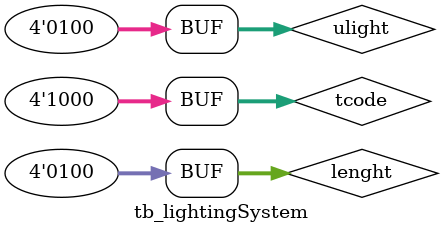
<source format=v>
`timescale 1ns / 1ps


module tb_lightingSystem;

	// Inputs
	reg [3:0] tcode;
	reg [3:0] ulight;
	reg [3:0] lenght;

	// Outputs
	wire [3:0] wshade;
	wire [3:0] lightnum;
	wire [15:0] lightstate;

	// Instantiate the Unit Under Test (UUT)
	LightingSystem uut (
		.tcode(tcode), 
		.ulight(ulight), 
		.lenght(lenght), 
		.wshade(wshade), 
		.lightnum(lightnum), 
		.lightstate(lightstate)
	);

	initial begin
		// Initialize Inputs
		tcode = 0;
		ulight = 0;
		lenght = 0;

		// Wait 100 ns for global reset to finish
		#100;
        
		// Add stimulus here
		tcode = 4'b0001;
		ulight[3:0] = 4'b0010;
		lenght = 4'b0100; 
		
		#5; 
		
		tcode = 4'b0010;
		ulight[3:0] = 4'b0010;
		lenght = 4'b0100; 
		
		#50;
      tcode=4'b0100;
		ulight=4'b0010;
		lenght=4'b0100;
		
		#50;
		tcode=4'b1000;
		ulight=4'b0100;
		lenght=4'b0100;

	end
      
endmodule


</source>
